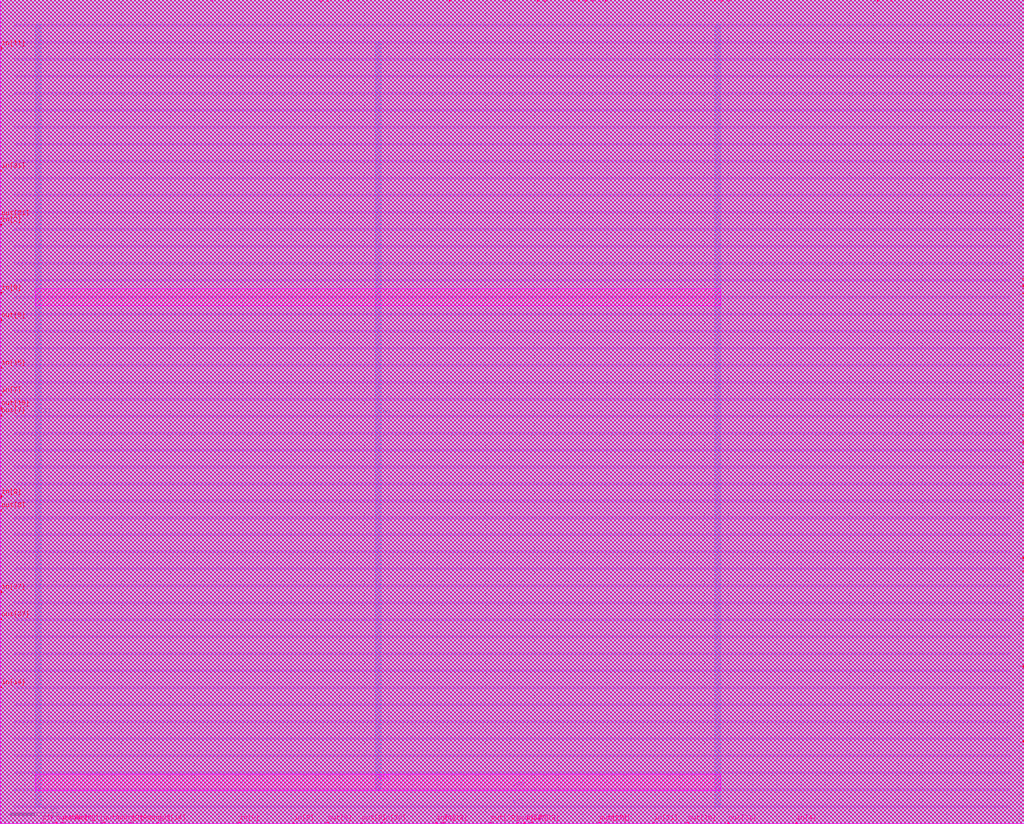
<source format=lef>
VERSION 5.8 ;
BUSBITCHARS "[]" ;
DIVIDERCHAR "/" ;
UNITS
    DATABASE MICRONS 2000 ;
END UNITS
MACRO memMod_dist_0
  FOREIGN memMod_dist_0 0 0 ;
  CLASS BLOCK ;
  SIZE 84.39 BY 67.91 ;
  PIN VSS
    USE GROUND ;
    DIRECTION INOUT ;
    PORT
      LAYER metal7 ;
        RECT  2.9 42.7 59.38 44.1 ;
        RECT  2.9 2.7 59.38 4.1 ;
      LAYER metal4 ;
        RECT  58.9 1.315 59.38 65.885 ;
        RECT  2.9 1.315 3.38 65.885 ;
      LAYER metal1 ;
        RECT  1.14 65.715 83.22 65.885 ;
        RECT  1.14 62.915 83.22 63.085 ;
        RECT  1.14 60.115 83.22 60.285 ;
        RECT  1.14 57.315 83.22 57.485 ;
        RECT  1.14 54.515 83.22 54.685 ;
        RECT  1.14 51.715 83.22 51.885 ;
        RECT  1.14 48.915 83.22 49.085 ;
        RECT  1.14 46.115 83.22 46.285 ;
        RECT  1.14 43.315 83.22 43.485 ;
        RECT  1.14 40.515 83.22 40.685 ;
        RECT  1.14 37.715 83.22 37.885 ;
        RECT  1.14 34.915 83.22 35.085 ;
        RECT  1.14 32.115 83.22 32.285 ;
        RECT  1.14 29.315 83.22 29.485 ;
        RECT  1.14 26.515 83.22 26.685 ;
        RECT  1.14 23.715 83.22 23.885 ;
        RECT  1.14 20.915 83.22 21.085 ;
        RECT  1.14 18.115 83.22 18.285 ;
        RECT  1.14 15.315 83.22 15.485 ;
        RECT  1.14 12.515 83.22 12.685 ;
        RECT  1.14 9.715 83.22 9.885 ;
        RECT  1.14 6.915 83.22 7.085 ;
        RECT  1.14 4.115 83.22 4.285 ;
        RECT  1.14 1.315 83.22 1.485 ;
      VIA 59.14 43.4 via6_7_960_2800_4_1_600_600 ;
      VIA 59.14 43.4 via5_6_960_2800_5_2_600_600 ;
      VIA 59.14 43.4 via4_5_960_2800_5_2_600_600 ;
      VIA 59.14 3.4 via6_7_960_2800_4_1_600_600 ;
      VIA 59.14 3.4 via5_6_960_2800_5_2_600_600 ;
      VIA 59.14 3.4 via4_5_960_2800_5_2_600_600 ;
      VIA 3.14 43.4 via6_7_960_2800_4_1_600_600 ;
      VIA 3.14 43.4 via5_6_960_2800_5_2_600_600 ;
      VIA 3.14 43.4 via4_5_960_2800_5_2_600_600 ;
      VIA 3.14 3.4 via6_7_960_2800_4_1_600_600 ;
      VIA 3.14 3.4 via5_6_960_2800_5_2_600_600 ;
      VIA 3.14 3.4 via4_5_960_2800_5_2_600_600 ;
      VIA 59.14 65.8 via3_4_960_340_1_3_320_320 ;
      VIA 59.14 65.8 via2_3_960_340_1_3_320_320 ;
      VIA 59.14 65.8 via1_2_960_340_1_3_300_300 ;
      VIA 59.14 63 via3_4_960_340_1_3_320_320 ;
      VIA 59.14 63 via2_3_960_340_1_3_320_320 ;
      VIA 59.14 63 via1_2_960_340_1_3_300_300 ;
      VIA 59.14 60.2 via3_4_960_340_1_3_320_320 ;
      VIA 59.14 60.2 via2_3_960_340_1_3_320_320 ;
      VIA 59.14 60.2 via1_2_960_340_1_3_300_300 ;
      VIA 59.14 57.4 via3_4_960_340_1_3_320_320 ;
      VIA 59.14 57.4 via2_3_960_340_1_3_320_320 ;
      VIA 59.14 57.4 via1_2_960_340_1_3_300_300 ;
      VIA 59.14 54.6 via3_4_960_340_1_3_320_320 ;
      VIA 59.14 54.6 via2_3_960_340_1_3_320_320 ;
      VIA 59.14 54.6 via1_2_960_340_1_3_300_300 ;
      VIA 59.14 51.8 via3_4_960_340_1_3_320_320 ;
      VIA 59.14 51.8 via2_3_960_340_1_3_320_320 ;
      VIA 59.14 51.8 via1_2_960_340_1_3_300_300 ;
      VIA 59.14 49 via3_4_960_340_1_3_320_320 ;
      VIA 59.14 49 via2_3_960_340_1_3_320_320 ;
      VIA 59.14 49 via1_2_960_340_1_3_300_300 ;
      VIA 59.14 46.2 via3_4_960_340_1_3_320_320 ;
      VIA 59.14 46.2 via2_3_960_340_1_3_320_320 ;
      VIA 59.14 46.2 via1_2_960_340_1_3_300_300 ;
      VIA 59.14 43.4 via3_4_960_340_1_3_320_320 ;
      VIA 59.14 43.4 via2_3_960_340_1_3_320_320 ;
      VIA 59.14 43.4 via1_2_960_340_1_3_300_300 ;
      VIA 59.14 40.6 via3_4_960_340_1_3_320_320 ;
      VIA 59.14 40.6 via2_3_960_340_1_3_320_320 ;
      VIA 59.14 40.6 via1_2_960_340_1_3_300_300 ;
      VIA 59.14 37.8 via3_4_960_340_1_3_320_320 ;
      VIA 59.14 37.8 via2_3_960_340_1_3_320_320 ;
      VIA 59.14 37.8 via1_2_960_340_1_3_300_300 ;
      VIA 59.14 35 via3_4_960_340_1_3_320_320 ;
      VIA 59.14 35 via2_3_960_340_1_3_320_320 ;
      VIA 59.14 35 via1_2_960_340_1_3_300_300 ;
      VIA 59.14 32.2 via3_4_960_340_1_3_320_320 ;
      VIA 59.14 32.2 via2_3_960_340_1_3_320_320 ;
      VIA 59.14 32.2 via1_2_960_340_1_3_300_300 ;
      VIA 59.14 29.4 via3_4_960_340_1_3_320_320 ;
      VIA 59.14 29.4 via2_3_960_340_1_3_320_320 ;
      VIA 59.14 29.4 via1_2_960_340_1_3_300_300 ;
      VIA 59.14 26.6 via3_4_960_340_1_3_320_320 ;
      VIA 59.14 26.6 via2_3_960_340_1_3_320_320 ;
      VIA 59.14 26.6 via1_2_960_340_1_3_300_300 ;
      VIA 59.14 23.8 via3_4_960_340_1_3_320_320 ;
      VIA 59.14 23.8 via2_3_960_340_1_3_320_320 ;
      VIA 59.14 23.8 via1_2_960_340_1_3_300_300 ;
      VIA 59.14 21 via3_4_960_340_1_3_320_320 ;
      VIA 59.14 21 via2_3_960_340_1_3_320_320 ;
      VIA 59.14 21 via1_2_960_340_1_3_300_300 ;
      VIA 59.14 18.2 via3_4_960_340_1_3_320_320 ;
      VIA 59.14 18.2 via2_3_960_340_1_3_320_320 ;
      VIA 59.14 18.2 via1_2_960_340_1_3_300_300 ;
      VIA 59.14 15.4 via3_4_960_340_1_3_320_320 ;
      VIA 59.14 15.4 via2_3_960_340_1_3_320_320 ;
      VIA 59.14 15.4 via1_2_960_340_1_3_300_300 ;
      VIA 59.14 12.6 via3_4_960_340_1_3_320_320 ;
      VIA 59.14 12.6 via2_3_960_340_1_3_320_320 ;
      VIA 59.14 12.6 via1_2_960_340_1_3_300_300 ;
      VIA 59.14 9.8 via3_4_960_340_1_3_320_320 ;
      VIA 59.14 9.8 via2_3_960_340_1_3_320_320 ;
      VIA 59.14 9.8 via1_2_960_340_1_3_300_300 ;
      VIA 59.14 7 via3_4_960_340_1_3_320_320 ;
      VIA 59.14 7 via2_3_960_340_1_3_320_320 ;
      VIA 59.14 7 via1_2_960_340_1_3_300_300 ;
      VIA 59.14 4.2 via3_4_960_340_1_3_320_320 ;
      VIA 59.14 4.2 via2_3_960_340_1_3_320_320 ;
      VIA 59.14 4.2 via1_2_960_340_1_3_300_300 ;
      VIA 59.14 1.4 via3_4_960_340_1_3_320_320 ;
      VIA 59.14 1.4 via2_3_960_340_1_3_320_320 ;
      VIA 59.14 1.4 via1_2_960_340_1_3_300_300 ;
      VIA 3.14 65.8 via3_4_960_340_1_3_320_320 ;
      VIA 3.14 65.8 via2_3_960_340_1_3_320_320 ;
      VIA 3.14 65.8 via1_2_960_340_1_3_300_300 ;
      VIA 3.14 63 via3_4_960_340_1_3_320_320 ;
      VIA 3.14 63 via2_3_960_340_1_3_320_320 ;
      VIA 3.14 63 via1_2_960_340_1_3_300_300 ;
      VIA 3.14 60.2 via3_4_960_340_1_3_320_320 ;
      VIA 3.14 60.2 via2_3_960_340_1_3_320_320 ;
      VIA 3.14 60.2 via1_2_960_340_1_3_300_300 ;
      VIA 3.14 57.4 via3_4_960_340_1_3_320_320 ;
      VIA 3.14 57.4 via2_3_960_340_1_3_320_320 ;
      VIA 3.14 57.4 via1_2_960_340_1_3_300_300 ;
      VIA 3.14 54.6 via3_4_960_340_1_3_320_320 ;
      VIA 3.14 54.6 via2_3_960_340_1_3_320_320 ;
      VIA 3.14 54.6 via1_2_960_340_1_3_300_300 ;
      VIA 3.14 51.8 via3_4_960_340_1_3_320_320 ;
      VIA 3.14 51.8 via2_3_960_340_1_3_320_320 ;
      VIA 3.14 51.8 via1_2_960_340_1_3_300_300 ;
      VIA 3.14 49 via3_4_960_340_1_3_320_320 ;
      VIA 3.14 49 via2_3_960_340_1_3_320_320 ;
      VIA 3.14 49 via1_2_960_340_1_3_300_300 ;
      VIA 3.14 46.2 via3_4_960_340_1_3_320_320 ;
      VIA 3.14 46.2 via2_3_960_340_1_3_320_320 ;
      VIA 3.14 46.2 via1_2_960_340_1_3_300_300 ;
      VIA 3.14 43.4 via3_4_960_340_1_3_320_320 ;
      VIA 3.14 43.4 via2_3_960_340_1_3_320_320 ;
      VIA 3.14 43.4 via1_2_960_340_1_3_300_300 ;
      VIA 3.14 40.6 via3_4_960_340_1_3_320_320 ;
      VIA 3.14 40.6 via2_3_960_340_1_3_320_320 ;
      VIA 3.14 40.6 via1_2_960_340_1_3_300_300 ;
      VIA 3.14 37.8 via3_4_960_340_1_3_320_320 ;
      VIA 3.14 37.8 via2_3_960_340_1_3_320_320 ;
      VIA 3.14 37.8 via1_2_960_340_1_3_300_300 ;
      VIA 3.14 35 via3_4_960_340_1_3_320_320 ;
      VIA 3.14 35 via2_3_960_340_1_3_320_320 ;
      VIA 3.14 35 via1_2_960_340_1_3_300_300 ;
      VIA 3.14 32.2 via3_4_960_340_1_3_320_320 ;
      VIA 3.14 32.2 via2_3_960_340_1_3_320_320 ;
      VIA 3.14 32.2 via1_2_960_340_1_3_300_300 ;
      VIA 3.14 29.4 via3_4_960_340_1_3_320_320 ;
      VIA 3.14 29.4 via2_3_960_340_1_3_320_320 ;
      VIA 3.14 29.4 via1_2_960_340_1_3_300_300 ;
      VIA 3.14 26.6 via3_4_960_340_1_3_320_320 ;
      VIA 3.14 26.6 via2_3_960_340_1_3_320_320 ;
      VIA 3.14 26.6 via1_2_960_340_1_3_300_300 ;
      VIA 3.14 23.8 via3_4_960_340_1_3_320_320 ;
      VIA 3.14 23.8 via2_3_960_340_1_3_320_320 ;
      VIA 3.14 23.8 via1_2_960_340_1_3_300_300 ;
      VIA 3.14 21 via3_4_960_340_1_3_320_320 ;
      VIA 3.14 21 via2_3_960_340_1_3_320_320 ;
      VIA 3.14 21 via1_2_960_340_1_3_300_300 ;
      VIA 3.14 18.2 via3_4_960_340_1_3_320_320 ;
      VIA 3.14 18.2 via2_3_960_340_1_3_320_320 ;
      VIA 3.14 18.2 via1_2_960_340_1_3_300_300 ;
      VIA 3.14 15.4 via3_4_960_340_1_3_320_320 ;
      VIA 3.14 15.4 via2_3_960_340_1_3_320_320 ;
      VIA 3.14 15.4 via1_2_960_340_1_3_300_300 ;
      VIA 3.14 12.6 via3_4_960_340_1_3_320_320 ;
      VIA 3.14 12.6 via2_3_960_340_1_3_320_320 ;
      VIA 3.14 12.6 via1_2_960_340_1_3_300_300 ;
      VIA 3.14 9.8 via3_4_960_340_1_3_320_320 ;
      VIA 3.14 9.8 via2_3_960_340_1_3_320_320 ;
      VIA 3.14 9.8 via1_2_960_340_1_3_300_300 ;
      VIA 3.14 7 via3_4_960_340_1_3_320_320 ;
      VIA 3.14 7 via2_3_960_340_1_3_320_320 ;
      VIA 3.14 7 via1_2_960_340_1_3_300_300 ;
      VIA 3.14 4.2 via3_4_960_340_1_3_320_320 ;
      VIA 3.14 4.2 via2_3_960_340_1_3_320_320 ;
      VIA 3.14 4.2 via1_2_960_340_1_3_300_300 ;
      VIA 3.14 1.4 via3_4_960_340_1_3_320_320 ;
      VIA 3.14 1.4 via2_3_960_340_1_3_320_320 ;
      VIA 3.14 1.4 via1_2_960_340_1_3_300_300 ;
    END
  END VSS
  PIN VDD
    USE POWER ;
    DIRECTION INOUT ;
    PORT
      LAYER metal4 ;
        RECT  30.9 2.715 31.38 64.485 ;
      LAYER metal1 ;
        RECT  1.14 64.315 83.22 64.485 ;
        RECT  1.14 61.515 83.22 61.685 ;
        RECT  1.14 58.715 83.22 58.885 ;
        RECT  1.14 55.915 83.22 56.085 ;
        RECT  1.14 53.115 83.22 53.285 ;
        RECT  1.14 50.315 83.22 50.485 ;
        RECT  1.14 47.515 83.22 47.685 ;
        RECT  1.14 44.715 83.22 44.885 ;
        RECT  1.14 41.915 83.22 42.085 ;
        RECT  1.14 39.115 83.22 39.285 ;
        RECT  1.14 36.315 83.22 36.485 ;
        RECT  1.14 33.515 83.22 33.685 ;
        RECT  1.14 30.715 83.22 30.885 ;
        RECT  1.14 27.915 83.22 28.085 ;
        RECT  1.14 25.115 83.22 25.285 ;
        RECT  1.14 22.315 83.22 22.485 ;
        RECT  1.14 19.515 83.22 19.685 ;
        RECT  1.14 16.715 83.22 16.885 ;
        RECT  1.14 13.915 83.22 14.085 ;
        RECT  1.14 11.115 83.22 11.285 ;
        RECT  1.14 8.315 83.22 8.485 ;
        RECT  1.14 5.515 83.22 5.685 ;
        RECT  1.14 2.715 83.22 2.885 ;
      VIA 31.14 64.4 via3_4_960_340_1_3_320_320 ;
      VIA 31.14 64.4 via2_3_960_340_1_3_320_320 ;
      VIA 31.14 64.4 via1_2_960_340_1_3_300_300 ;
      VIA 31.14 61.6 via3_4_960_340_1_3_320_320 ;
      VIA 31.14 61.6 via2_3_960_340_1_3_320_320 ;
      VIA 31.14 61.6 via1_2_960_340_1_3_300_300 ;
      VIA 31.14 58.8 via3_4_960_340_1_3_320_320 ;
      VIA 31.14 58.8 via2_3_960_340_1_3_320_320 ;
      VIA 31.14 58.8 via1_2_960_340_1_3_300_300 ;
      VIA 31.14 56 via3_4_960_340_1_3_320_320 ;
      VIA 31.14 56 via2_3_960_340_1_3_320_320 ;
      VIA 31.14 56 via1_2_960_340_1_3_300_300 ;
      VIA 31.14 53.2 via3_4_960_340_1_3_320_320 ;
      VIA 31.14 53.2 via2_3_960_340_1_3_320_320 ;
      VIA 31.14 53.2 via1_2_960_340_1_3_300_300 ;
      VIA 31.14 50.4 via3_4_960_340_1_3_320_320 ;
      VIA 31.14 50.4 via2_3_960_340_1_3_320_320 ;
      VIA 31.14 50.4 via1_2_960_340_1_3_300_300 ;
      VIA 31.14 47.6 via3_4_960_340_1_3_320_320 ;
      VIA 31.14 47.6 via2_3_960_340_1_3_320_320 ;
      VIA 31.14 47.6 via1_2_960_340_1_3_300_300 ;
      VIA 31.14 44.8 via3_4_960_340_1_3_320_320 ;
      VIA 31.14 44.8 via2_3_960_340_1_3_320_320 ;
      VIA 31.14 44.8 via1_2_960_340_1_3_300_300 ;
      VIA 31.14 42 via3_4_960_340_1_3_320_320 ;
      VIA 31.14 42 via2_3_960_340_1_3_320_320 ;
      VIA 31.14 42 via1_2_960_340_1_3_300_300 ;
      VIA 31.14 39.2 via3_4_960_340_1_3_320_320 ;
      VIA 31.14 39.2 via2_3_960_340_1_3_320_320 ;
      VIA 31.14 39.2 via1_2_960_340_1_3_300_300 ;
      VIA 31.14 36.4 via3_4_960_340_1_3_320_320 ;
      VIA 31.14 36.4 via2_3_960_340_1_3_320_320 ;
      VIA 31.14 36.4 via1_2_960_340_1_3_300_300 ;
      VIA 31.14 33.6 via3_4_960_340_1_3_320_320 ;
      VIA 31.14 33.6 via2_3_960_340_1_3_320_320 ;
      VIA 31.14 33.6 via1_2_960_340_1_3_300_300 ;
      VIA 31.14 30.8 via3_4_960_340_1_3_320_320 ;
      VIA 31.14 30.8 via2_3_960_340_1_3_320_320 ;
      VIA 31.14 30.8 via1_2_960_340_1_3_300_300 ;
      VIA 31.14 28 via3_4_960_340_1_3_320_320 ;
      VIA 31.14 28 via2_3_960_340_1_3_320_320 ;
      VIA 31.14 28 via1_2_960_340_1_3_300_300 ;
      VIA 31.14 25.2 via3_4_960_340_1_3_320_320 ;
      VIA 31.14 25.2 via2_3_960_340_1_3_320_320 ;
      VIA 31.14 25.2 via1_2_960_340_1_3_300_300 ;
      VIA 31.14 22.4 via3_4_960_340_1_3_320_320 ;
      VIA 31.14 22.4 via2_3_960_340_1_3_320_320 ;
      VIA 31.14 22.4 via1_2_960_340_1_3_300_300 ;
      VIA 31.14 19.6 via3_4_960_340_1_3_320_320 ;
      VIA 31.14 19.6 via2_3_960_340_1_3_320_320 ;
      VIA 31.14 19.6 via1_2_960_340_1_3_300_300 ;
      VIA 31.14 16.8 via3_4_960_340_1_3_320_320 ;
      VIA 31.14 16.8 via2_3_960_340_1_3_320_320 ;
      VIA 31.14 16.8 via1_2_960_340_1_3_300_300 ;
      VIA 31.14 14 via3_4_960_340_1_3_320_320 ;
      VIA 31.14 14 via2_3_960_340_1_3_320_320 ;
      VIA 31.14 14 via1_2_960_340_1_3_300_300 ;
      VIA 31.14 11.2 via3_4_960_340_1_3_320_320 ;
      VIA 31.14 11.2 via2_3_960_340_1_3_320_320 ;
      VIA 31.14 11.2 via1_2_960_340_1_3_300_300 ;
      VIA 31.14 8.4 via3_4_960_340_1_3_320_320 ;
      VIA 31.14 8.4 via2_3_960_340_1_3_320_320 ;
      VIA 31.14 8.4 via1_2_960_340_1_3_300_300 ;
      VIA 31.14 5.6 via3_4_960_340_1_3_320_320 ;
      VIA 31.14 5.6 via2_3_960_340_1_3_320_320 ;
      VIA 31.14 5.6 via1_2_960_340_1_3_300_300 ;
      VIA 31.14 2.8 via3_4_960_340_1_3_320_320 ;
      VIA 31.14 2.8 via2_3_960_340_1_3_320_320 ;
      VIA 31.14 2.8 via1_2_960_340_1_3_300_300 ;
    END
  END VDD
  PIN clk
    DIRECTION INPUT ;
    USE SIGNAL ;
    PORT
      LAYER metal6 ;
        RECT  3.385 0 3.525 0.14 ;
    END
  END clk
  PIN inAddr[0]
    DIRECTION INPUT ;
    USE SIGNAL ;
    PORT
      LAYER metal6 ;
        RECT  49.865 67.77 50.005 67.91 ;
    END
  END inAddr[0]
  PIN inAddr[1]
    DIRECTION INPUT ;
    USE SIGNAL ;
    PORT
      LAYER metal6 ;
        RECT  48.745 67.77 48.885 67.91 ;
    END
  END inAddr[1]
  PIN inAddr[2]
    DIRECTION INPUT ;
    USE SIGNAL ;
    PORT
      LAYER metal6 ;
        RECT  44.265 67.77 44.405 67.91 ;
    END
  END inAddr[2]
  PIN inAddr[3]
    DIRECTION INPUT ;
    USE SIGNAL ;
    PORT
      LAYER metal6 ;
        RECT  44.825 67.77 44.965 67.91 ;
    END
  END inAddr[3]
  PIN in[0]
    DIRECTION INPUT ;
    USE SIGNAL ;
    PORT
      LAYER metal6 ;
        RECT  19.625 0 19.765 0.14 ;
    END
  END in[0]
  PIN in[10]
    DIRECTION INPUT ;
    USE SIGNAL ;
    PORT
      LAYER metal5 ;
        RECT  84.25 12.88 84.39 13.02 ;
    END
  END in[10]
  PIN in[11]
    DIRECTION INPUT ;
    USE SIGNAL ;
    PORT
      LAYER metal5 ;
        RECT  0 63.84 0.14 63.98 ;
    END
  END in[11]
  PIN in[12]
    DIRECTION INPUT ;
    USE SIGNAL ;
    PORT
      LAYER metal6 ;
        RECT  59.945 67.77 60.085 67.91 ;
    END
  END in[12]
  PIN in[13]
    DIRECTION INPUT ;
    USE SIGNAL ;
    PORT
      LAYER metal6 ;
        RECT  36.425 0 36.565 0.14 ;
    END
  END in[13]
  PIN in[14]
    DIRECTION INPUT ;
    USE SIGNAL ;
    PORT
      LAYER metal5 ;
        RECT  0 11.2 0.14 11.34 ;
    END
  END in[14]
  PIN in[15]
    DIRECTION INPUT ;
    USE SIGNAL ;
    PORT
      LAYER metal5 ;
        RECT  0 37.52 0.14 37.66 ;
    END
  END in[15]
  PIN in[16]
    DIRECTION INPUT ;
    USE SIGNAL ;
    PORT
      LAYER metal6 ;
        RECT  49.865 0 50.005 0.14 ;
    END
  END in[16]
  PIN in[17]
    DIRECTION INPUT ;
    USE SIGNAL ;
    PORT
      LAYER metal6 ;
        RECT  43.145 0 43.285 0.14 ;
    END
  END in[17]
  PIN in[18]
    DIRECTION INPUT ;
    USE SIGNAL ;
    PORT
      LAYER metal5 ;
        RECT  84.25 35.84 84.39 35.98 ;
    END
  END in[18]
  PIN in[19]
    DIRECTION INPUT ;
    USE SIGNAL ;
    PORT
      LAYER metal5 ;
        RECT  84.25 50.96 84.39 51.1 ;
    END
  END in[19]
  PIN in[1]
    DIRECTION INPUT ;
    USE SIGNAL ;
    PORT
      LAYER metal6 ;
        RECT  35.865 0 36.005 0.14 ;
    END
  END in[1]
  PIN in[20]
    DIRECTION INPUT ;
    USE SIGNAL ;
    PORT
      LAYER metal5 ;
        RECT  84.25 28 84.39 28.14 ;
    END
  END in[20]
  PIN in[21]
    DIRECTION INPUT ;
    USE SIGNAL ;
    PORT
      LAYER metal5 ;
        RECT  0 53.76 0.14 53.9 ;
    END
  END in[21]
  PIN in[22]
    DIRECTION INPUT ;
    USE SIGNAL ;
    PORT
      LAYER metal6 ;
        RECT  73.385 67.77 73.525 67.91 ;
    END
  END in[22]
  PIN in[23]
    DIRECTION INPUT ;
    USE SIGNAL ;
    PORT
      LAYER metal6 ;
        RECT  26.345 67.77 26.485 67.91 ;
    END
  END in[23]
  PIN in[24]
    DIRECTION INPUT ;
    USE SIGNAL ;
    PORT
      LAYER metal6 ;
        RECT  38.105 67.77 38.245 67.91 ;
    END
  END in[24]
  PIN in[25]
    DIRECTION INPUT ;
    USE SIGNAL ;
    PORT
      LAYER metal5 ;
        RECT  84.25 20.72 84.39 20.86 ;
    END
  END in[25]
  PIN in[26]
    DIRECTION INPUT ;
    USE SIGNAL ;
    PORT
      LAYER metal5 ;
        RECT  84.25 29.68 84.39 29.82 ;
    END
  END in[26]
  PIN in[27]
    DIRECTION INPUT ;
    USE SIGNAL ;
    PORT
      LAYER metal5 ;
        RECT  0 19.04 0.14 19.18 ;
    END
  END in[27]
  PIN in[28]
    DIRECTION INPUT ;
    USE SIGNAL ;
    PORT
      LAYER metal6 ;
        RECT  47.065 67.77 47.205 67.91 ;
    END
  END in[28]
  PIN in[29]
    DIRECTION INPUT ;
    USE SIGNAL ;
    PORT
      LAYER metal6 ;
        RECT  47.625 67.77 47.765 67.91 ;
    END
  END in[29]
  PIN in[2]
    DIRECTION INPUT ;
    USE SIGNAL ;
    PORT
      LAYER metal5 ;
        RECT  0 49.28 0.14 49.42 ;
    END
  END in[2]
  PIN in[30]
    DIRECTION INPUT ;
    USE SIGNAL ;
    PORT
      LAYER metal6 ;
        RECT  31.385 0 31.525 0.14 ;
    END
  END in[30]
  PIN in[31]
    DIRECTION INPUT ;
    USE SIGNAL ;
    PORT
      LAYER metal6 ;
        RECT  53.785 0 53.925 0.14 ;
    END
  END in[31]
  PIN in[3]
    DIRECTION INPUT ;
    USE SIGNAL ;
    PORT
      LAYER metal6 ;
        RECT  58.825 67.77 58.965 67.91 ;
    END
  END in[3]
  PIN in[4]
    DIRECTION INPUT ;
    USE SIGNAL ;
    PORT
      LAYER metal6 ;
        RECT  65.545 0 65.685 0.14 ;
    END
  END in[4]
  PIN in[5]
    DIRECTION INPUT ;
    USE SIGNAL ;
    PORT
      LAYER metal5 ;
        RECT  0 43.68 0.14 43.82 ;
    END
  END in[5]
  PIN in[6]
    DIRECTION INPUT ;
    USE SIGNAL ;
    PORT
      LAYER metal5 ;
        RECT  84.25 43.68 84.39 43.82 ;
    END
  END in[6]
  PIN in[7]
    DIRECTION INPUT ;
    USE SIGNAL ;
    PORT
      LAYER metal5 ;
        RECT  0 35.28 0.14 35.42 ;
    END
  END in[7]
  PIN in[8]
    DIRECTION INPUT ;
    USE SIGNAL ;
    PORT
      LAYER metal5 ;
        RECT  0 26.88 0.14 27.02 ;
    END
  END in[8]
  PIN in[9]
    DIRECTION INPUT ;
    USE SIGNAL ;
    PORT
      LAYER metal6 ;
        RECT  24.105 0 24.245 0.14 ;
    END
  END in[9]
  PIN outAddr[0]
    DIRECTION INPUT ;
    USE SIGNAL ;
    PORT
      LAYER metal6 ;
        RECT  4.505 0 4.645 0.14 ;
    END
  END outAddr[0]
  PIN outAddr[1]
    DIRECTION INPUT ;
    USE SIGNAL ;
    PORT
      LAYER metal6 ;
        RECT  5.065 0 5.205 0.14 ;
    END
  END outAddr[1]
  PIN outAddr[2]
    DIRECTION INPUT ;
    USE SIGNAL ;
    PORT
      LAYER metal6 ;
        RECT  8.425 0 8.565 0.14 ;
    END
  END outAddr[2]
  PIN outAddr[3]
    DIRECTION INPUT ;
    USE SIGNAL ;
    PORT
      LAYER metal6 ;
        RECT  10.665 0 10.805 0.14 ;
    END
  END outAddr[3]
  PIN out[0]
    DIRECTION OUTPUT ;
    USE SIGNAL ;
    PORT
      LAYER metal6 ;
        RECT  26.905 0 27.045 0.14 ;
    END
  END out[0]
  PIN out[10]
    DIRECTION OUTPUT ;
    USE SIGNAL ;
    PORT
      LAYER metal5 ;
        RECT  84.25 16.8 84.39 16.94 ;
    END
  END out[10]
  PIN out[11]
    DIRECTION OUTPUT ;
    USE SIGNAL ;
    PORT
      LAYER metal6 ;
        RECT  17.385 67.77 17.525 67.91 ;
    END
  END out[11]
  PIN out[12]
    DIRECTION OUTPUT ;
    USE SIGNAL ;
    PORT
      LAYER metal6 ;
        RECT  59.385 67.77 59.525 67.91 ;
    END
  END out[12]
  PIN out[13]
    DIRECTION OUTPUT ;
    USE SIGNAL ;
    PORT
      LAYER metal6 ;
        RECT  43.705 0 43.845 0.14 ;
    END
  END out[13]
  PIN out[14]
    DIRECTION OUTPUT ;
    USE SIGNAL ;
    PORT
      LAYER metal6 ;
        RECT  12.905 0 13.045 0.14 ;
    END
  END out[14]
  PIN out[15]
    DIRECTION OUTPUT ;
    USE SIGNAL ;
    PORT
      LAYER metal5 ;
        RECT  0 34.16 0.14 34.3 ;
    END
  END out[15]
  PIN out[16]
    DIRECTION OUTPUT ;
    USE SIGNAL ;
    PORT
      LAYER metal6 ;
        RECT  56.585 0 56.725 0.14 ;
    END
  END out[16]
  PIN out[17]
    DIRECTION OUTPUT ;
    USE SIGNAL ;
    PORT
      LAYER metal6 ;
        RECT  49.305 0 49.445 0.14 ;
    END
  END out[17]
  PIN out[18]
    DIRECTION OUTPUT ;
    USE SIGNAL ;
    PORT
      LAYER metal5 ;
        RECT  84.25 39.76 84.39 39.9 ;
    END
  END out[18]
  PIN out[19]
    DIRECTION OUTPUT ;
    USE SIGNAL ;
    PORT
      LAYER metal5 ;
        RECT  84.25 54.88 84.39 55.02 ;
    END
  END out[19]
  PIN out[1]
    DIRECTION OUTPUT ;
    USE SIGNAL ;
    PORT
      LAYER metal6 ;
        RECT  42.585 0 42.725 0.14 ;
    END
  END out[1]
  PIN out[20]
    DIRECTION OUTPUT ;
    USE SIGNAL ;
    PORT
      LAYER metal5 ;
        RECT  84.25 31.36 84.39 31.5 ;
    END
  END out[20]
  PIN out[21]
    DIRECTION OUTPUT ;
    USE SIGNAL ;
    PORT
      LAYER metal5 ;
        RECT  0 49.84 0.14 49.98 ;
    END
  END out[21]
  PIN out[22]
    DIRECTION OUTPUT ;
    USE SIGNAL ;
    PORT
      LAYER metal6 ;
        RECT  72.265 67.77 72.405 67.91 ;
    END
  END out[22]
  PIN out[23]
    DIRECTION OUTPUT ;
    USE SIGNAL ;
    PORT
      LAYER metal6 ;
        RECT  26.905 67.77 27.045 67.91 ;
    END
  END out[23]
  PIN out[24]
    DIRECTION OUTPUT ;
    USE SIGNAL ;
    PORT
      LAYER metal6 ;
        RECT  36.985 67.77 37.125 67.91 ;
    END
  END out[24]
  PIN out[25]
    DIRECTION OUTPUT ;
    USE SIGNAL ;
    PORT
      LAYER metal5 ;
        RECT  84.25 21.84 84.39 21.98 ;
    END
  END out[25]
  PIN out[26]
    DIRECTION OUTPUT ;
    USE SIGNAL ;
    PORT
      LAYER metal5 ;
        RECT  84.25 33.6 84.39 33.74 ;
    END
  END out[26]
  PIN out[27]
    DIRECTION OUTPUT ;
    USE SIGNAL ;
    PORT
      LAYER metal5 ;
        RECT  0 16.8 0.14 16.94 ;
    END
  END out[27]
  PIN out[28]
    DIRECTION OUTPUT ;
    USE SIGNAL ;
    PORT
      LAYER metal6 ;
        RECT  41.465 67.77 41.605 67.91 ;
    END
  END out[28]
  PIN out[29]
    DIRECTION OUTPUT ;
    USE SIGNAL ;
    PORT
      LAYER metal6 ;
        RECT  48.185 67.77 48.325 67.91 ;
    END
  END out[29]
  PIN out[2]
    DIRECTION OUTPUT ;
    USE SIGNAL ;
    PORT
      LAYER metal6 ;
        RECT  28.585 67.77 28.725 67.91 ;
    END
  END out[2]
  PIN out[30]
    DIRECTION OUTPUT ;
    USE SIGNAL ;
    PORT
      LAYER metal6 ;
        RECT  40.345 0 40.485 0.14 ;
    END
  END out[30]
  PIN out[31]
    DIRECTION OUTPUT ;
    USE SIGNAL ;
    PORT
      LAYER metal6 ;
        RECT  59.945 0 60.085 0.14 ;
    END
  END out[31]
  PIN out[3]
    DIRECTION OUTPUT ;
    USE SIGNAL ;
    PORT
      LAYER metal5 ;
        RECT  84.25 44.24 84.39 44.38 ;
    END
  END out[3]
  PIN out[4]
    DIRECTION OUTPUT ;
    USE SIGNAL ;
    PORT
      LAYER metal5 ;
        RECT  84.25 6.72 84.39 6.86 ;
    END
  END out[4]
  PIN out[5]
    DIRECTION OUTPUT ;
    USE SIGNAL ;
    PORT
      LAYER metal5 ;
        RECT  0 41.44 0.14 41.58 ;
    END
  END out[5]
  PIN out[6]
    DIRECTION OUTPUT ;
    USE SIGNAL ;
    PORT
      LAYER metal5 ;
        RECT  84.25 44.8 84.39 44.94 ;
    END
  END out[6]
  PIN out[7]
    DIRECTION OUTPUT ;
    USE SIGNAL ;
    PORT
      LAYER metal5 ;
        RECT  0 33.6 0.14 33.74 ;
    END
  END out[7]
  PIN out[8]
    DIRECTION OUTPUT ;
    USE SIGNAL ;
    PORT
      LAYER metal5 ;
        RECT  0 25.76 0.14 25.9 ;
    END
  END out[8]
  PIN out[9]
    DIRECTION OUTPUT ;
    USE SIGNAL ;
    PORT
      LAYER metal6 ;
        RECT  29.705 0 29.845 0.14 ;
    END
  END out[9]
  PIN writeSel
    DIRECTION INPUT ;
    USE SIGNAL ;
    PORT
      LAYER metal6 ;
        RECT  49.305 67.77 49.445 67.91 ;
    END
  END writeSel
  OBS
    LAYER metal1 ;
     RECT  0 0 84.39 67.91 ;
    LAYER metal2 ;
     RECT  0 0 84.39 67.91 ;
    LAYER metal3 ;
     RECT  0 0 84.39 67.91 ;
    LAYER metal4 ;
     RECT  0 0 84.39 67.91 ;
    LAYER metal5 ;
     RECT  0 0 84.39 67.91 ;
    LAYER metal6 ;
     RECT  0 0 84.39 67.91 ;
    LAYER metal7 ;
     RECT  0 0 84.39 67.91 ;
  END
END memMod_dist_0
END LIBRARY

</source>
